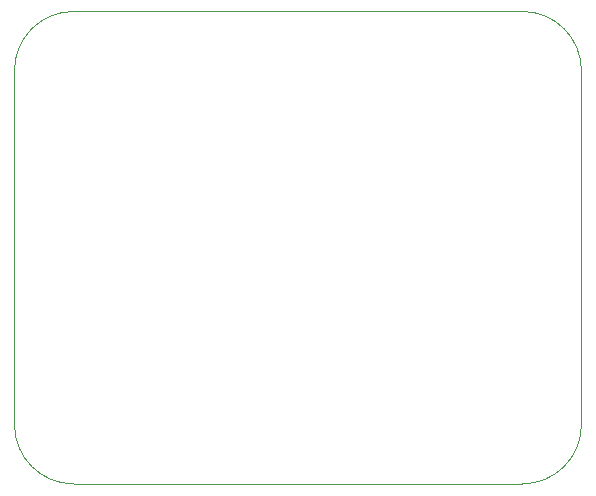
<source format=gbr>
%TF.GenerationSoftware,KiCad,Pcbnew,9.0.0*%
%TF.CreationDate,2025-04-21T09:04:46+10:00*%
%TF.ProjectId,SimplerFlight_v1,53696d70-6c65-4724-966c-696768745f76,rev?*%
%TF.SameCoordinates,Original*%
%TF.FileFunction,Profile,NP*%
%FSLAX46Y46*%
G04 Gerber Fmt 4.6, Leading zero omitted, Abs format (unit mm)*
G04 Created by KiCad (PCBNEW 9.0.0) date 2025-04-21 09:04:46*
%MOMM*%
%LPD*%
G01*
G04 APERTURE LIST*
%TA.AperFunction,Profile*%
%ADD10C,0.050000*%
%TD*%
G04 APERTURE END LIST*
D10*
X96000000Y-94000000D02*
X96000000Y-64000000D01*
X96000000Y-64000000D02*
G75*
G02*
X101000000Y-59000000I5000000J0D01*
G01*
X101000000Y-59000000D02*
X139000000Y-59000000D01*
X139000000Y-59000000D02*
G75*
G02*
X144000000Y-64000000I0J-5000000D01*
G01*
X101000000Y-99000000D02*
X139000000Y-99000000D01*
X144000000Y-94000000D02*
G75*
G02*
X139000000Y-99000000I-5000000J0D01*
G01*
X144000000Y-94000000D02*
X144000000Y-64000000D01*
X101000000Y-99000000D02*
G75*
G02*
X96000000Y-94000000I0J5000000D01*
G01*
M02*

</source>
